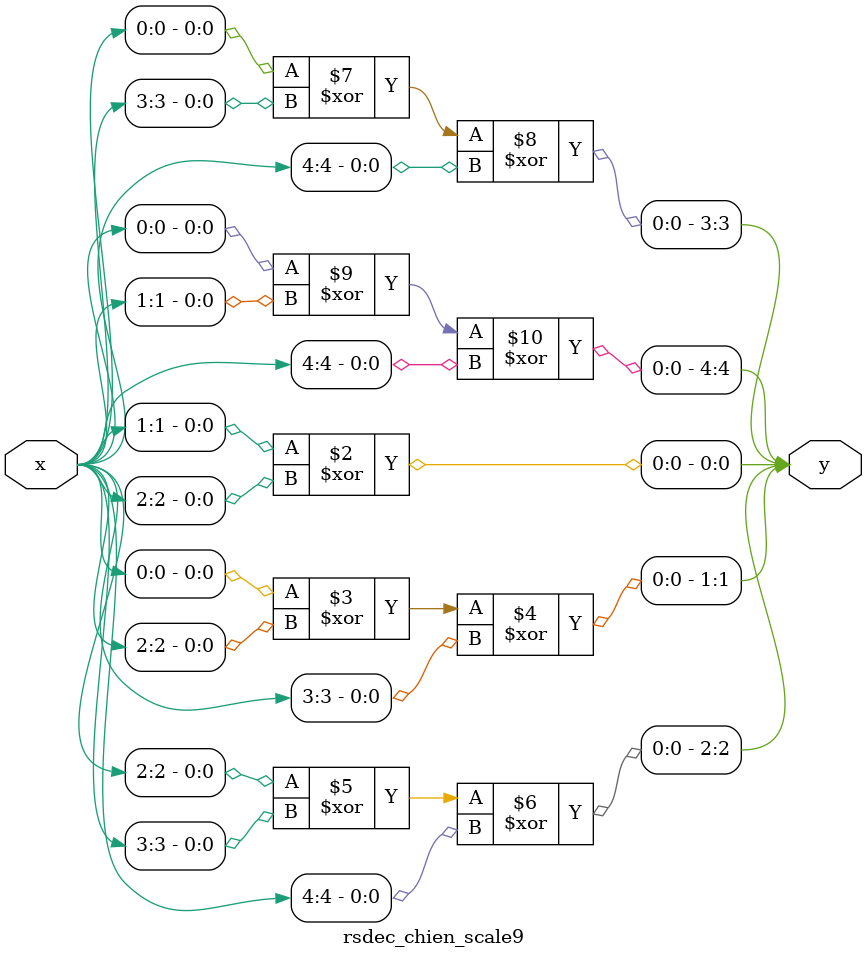
<source format=v>
module rsdec_chien_scale9 (y, x);
	input [4:0] x;
	output [4:0] y;
	reg [4:0] y;
	always @ (x)
	begin
		y[0] = x[1] ^ x[2];
		y[1] = x[0] ^ x[2] ^ x[3];
		y[2] = x[2] ^ x[3] ^ x[4];
		y[3] = x[0] ^ x[3] ^ x[4];
		y[4] = x[0] ^ x[1] ^ x[4];
	end
endmodule
</source>
